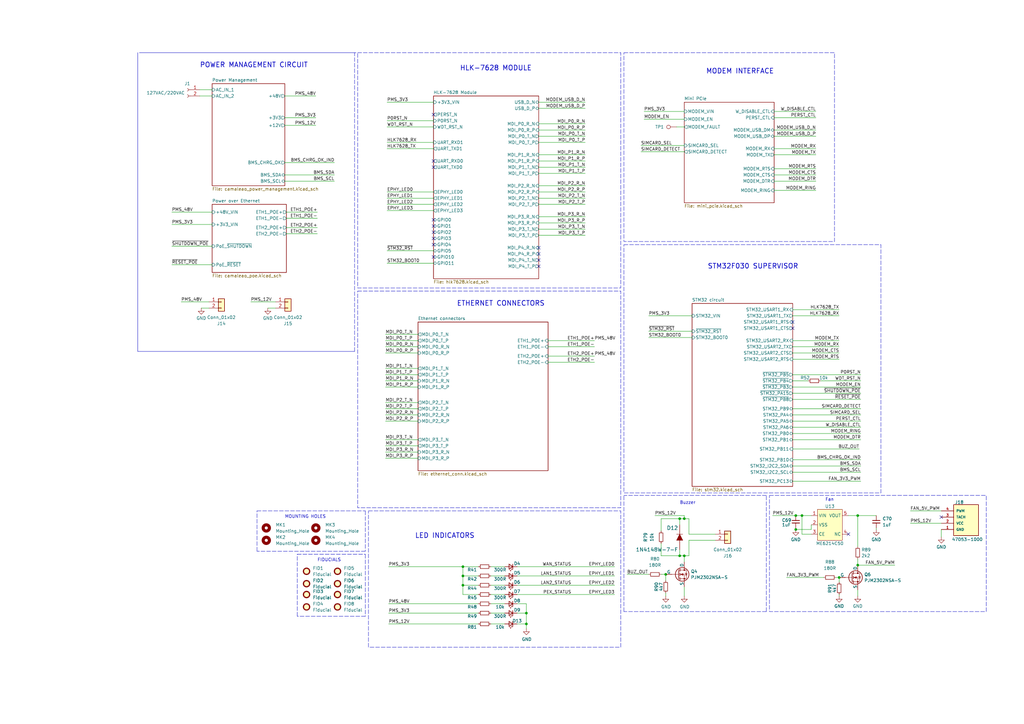
<source format=kicad_sch>
(kicad_sch (version 20230121) (generator eeschema)
  (paper "A3")
  (lib_symbols
    (symbol "Connector:47053-1000" (pin_names (offset 1.016))
      (property "Reference" "J" (at 16.51 7.62 0))
      (property "Value" "47053-1000" (at 16.51 5.08 0))
      (symbol "47053-1000_0_0"
        (rectangle (start 5.08 -10.16) (end 15.24 2.54) (stroke (width 0.254)) (fill (type background)))
      )
      (symbol "47053-1000_1_0"
        (pin bidirectional line (at 0 -7.62 0) (length 5.08) (name "GND") (number "1"))
        (pin bidirectional line (at 0 -5.08 0) (length 5.08) (name "VCC") (number "2"))
        (pin bidirectional line (at 0 -2.54 0) (length 5.08) (name "TACH") (number "3"))
        (pin bidirectional line (at 0 0 0) (length 5.08) (name "PWM") (number "4"))
      )
    )
    (symbol "Connector:Conn_01x02_Female" (pin_names (offset 1.016) hide)
      (property "Reference" "J" (at 0 2.54 0))
      (property "Value" "Conn_01x02_Female" (at 0 -5.08 0))
      (symbol "Conn_01x02_Female_1_1"
        (arc (start 0 -2.032) (mid -0.5058 -2.54) (end 0 -3.048) (stroke (width 0.1524)))
        (polyline (pts (xy -1.27 -2.54) (xy -0.508 -2.54)) (stroke (width 0.1524)))
        (polyline (pts (xy -1.27 0) (xy -0.508 0)) (stroke (width 0.1524)))
        (arc (start 0 0.508) (mid -0.5058 0) (end 0 -0.508) (stroke (width 0.1524)))
        (pin passive line (at -5.08 0 0) (length 3.81) (name "Pin_1") (number "1"))
        (pin passive line (at -5.08 -2.54 0) (length 3.81) (name "Pin_2") (number "2"))
      )
    )
    (symbol "Connector:TestPoint" (pin_numbers hide) (pin_names (offset 0.762) hide)
      (property "Reference" "TP" (at 0 6.858 0))
      (property "Value" "TestPoint" (at 0 5.08 0))
      (symbol "TestPoint_0_1"
        (circle (center 0 3.302) (radius 0.762))
      )
      (symbol "TestPoint_1_1"
        (pin passive line (at 0 0 90) (length 2.54) (name "1") (number "1"))
      )
    )
    (symbol "Connector_Generic:Conn_01x02" (pin_names (offset 1.016) hide)
      (property "Reference" "J" (at 0 2.54 0))
      (property "Value" "Conn_01x02" (at 0 -5.08 0))
      (symbol "Conn_01x02_1_1"
        (rectangle (start -1.27 -2.413) (end 0 -2.667) (stroke (width 0.1524)))
        (rectangle (start -1.27 0.127) (end 0 -0.127) (stroke (width 0.1524)))
        (rectangle (start -1.27 1.27) (end 1.27 -3.81) (stroke (width 0.254)) (fill (type background)))
        (pin passive line (at -5.08 0 0) (length 3.81) (name "Pin_1") (number "1"))
        (pin passive line (at -5.08 -2.54 0) (length 3.81) (name "Pin_2") (number "2"))
      )
    )
    (symbol "Device:C_Small" (pin_numbers hide) (pin_names (offset 0.254) hide)
      (property "Reference" "C" (at 0.254 1.778 0))
      (property "Value" "C_Small" (at 0.254 -2.032 0))
      (symbol "C_Small_0_1"
        (polyline (pts (xy -1.524 -0.508) (xy 1.524 -0.508)) (stroke (width 0.3302)))
        (polyline (pts (xy -1.524 0.508) (xy 1.524 0.508)) (stroke (width 0.3048)))
      )
      (symbol "C_Small_1_1"
        (pin passive line (at 0 2.54 270) (length 2.032) (name "~") (number "1"))
        (pin passive line (at 0 -2.54 90) (length 2.032) (name "~") (number "2"))
      )
    )
    (symbol "Device:LED_Small" (pin_numbers hide) (pin_names (offset 0.254) hide)
      (property "Reference" "D" (at -1.27 3.175 0))
      (property "Value" "LED_Small" (at -4.445 -2.54 0))
      (symbol "LED_Small_0_1"
        (polyline (pts (xy -0.762 -1.016) (xy -0.762 1.016)) (stroke (width 0.254)))
        (polyline (pts (xy 1.016 0) (xy -0.762 0)))
        (polyline (pts (xy 0.762 -1.016) (xy -0.762 0) (xy 0.762 1.016) (xy 0.762 -1.016)) (stroke (width 0.254)))
        (polyline (pts (xy 0 0.762) (xy -0.508 1.27) (xy -0.254 1.27) (xy -0.508 1.27) (xy -0.508 1.016)))
        (polyline (pts (xy 0.508 1.27) (xy 0 1.778) (xy 0.254 1.778) (xy 0 1.778) (xy 0 1.524)))
      )
      (symbol "LED_Small_1_1"
        (pin passive line (at -2.54 0 0) (length 1.778) (name "K") (number "1"))
        (pin passive line (at 2.54 0 180) (length 1.778) (name "A") (number "2"))
      )
    )
    (symbol "Device:R_Small" (pin_numbers hide) (pin_names (offset 0.254) hide)
      (property "Reference" "R" (at 0.762 0.508 0))
      (property "Value" "R_Small" (at 0.762 -1.016 0))
      (symbol "R_Small_0_1"
        (rectangle (start -0.762 1.778) (end 0.762 -1.778) (stroke (width 0.2032)))
      )
      (symbol "R_Small_1_1"
        (pin passive line (at 0 2.54 270) (length 0.762) (name "~") (number "1"))
        (pin passive line (at 0 -2.54 90) (length 0.762) (name "~") (number "2"))
      )
    )
    (symbol "GND_1" (power) (pin_names (offset 0))
      (property "Value" "GND_1" (at 0 -3.81 0))
      (symbol "GND_1_0_1"
        (polyline (pts (xy 0 0) (xy 0 -1.27) (xy 1.27 -1.27) (xy 0 -2.54) (xy -1.27 -1.27) (xy 0 -1.27)))
      )
      (symbol "GND_1_1_1"
        (pin power_in line (at 0 0 270) (length 0) hide (name "GND") (number "1"))
      )
    )
    (symbol "GND_2" (power) (pin_names (offset 0))
      (property "Value" "GND_2" (at 0 -3.81 0))
      (symbol "GND_2_0_1"
        (polyline (pts (xy 0 0) (xy 0 -1.27) (xy 1.27 -1.27) (xy 0 -2.54) (xy -1.27 -1.27) (xy 0 -1.27)))
      )
      (symbol "GND_2_1_1"
        (pin power_in line (at 0 0 270) (length 0) hide (name "GND") (number "1"))
      )
    )
    (symbol "Mechanical:Fiducial"
      (property "Reference" "FID" (at 0 5.08 0))
      (property "Value" "Fiducial" (at 0 3.175 0))
      (symbol "Fiducial_0_1"
        (circle (center 0 0) (radius 1.27) (stroke (width 0.508)) (fill (type background)))
      )
    )
    (symbol "Power_Management:ME6214C50"
      (property "Reference" "U13" (at 0 7.62 0))
      (property "Value" "ME6214C50" (at 0 -7.62 0))
      (symbol "ME6214C50_1_1"
        (rectangle (start -5.08 6.35) (end 5.08 -6.35) (fill (type background)))
        (pin input line (at -7.62 3.81 0) (length 2.54) (name "VIN") (number "1"))
        (pin input line (at -7.62 0 0) (length 2.54) (name "VSS") (number "2"))
        (pin input line (at -7.62 -3.81 0) (length 2.54) (name "CE") (number "3"))
        (pin input line (at 7.62 -3.81 180) (length 2.54) (name "NC") (number "4"))
        (pin input line (at 7.62 3.81 180) (length 2.54) (name "VOUT") (number "5"))
      )
    )
    (symbol "Simulation_SPICE:NMOS" (pin_numbers hide) (pin_names (offset 0))
      (property "Reference" "Q4" (at 5.207 1.2121 0))
      (property "Value" "PJM2302NSA-S" (at 5.207 -1.2121 0))
      (symbol "NMOS_0_1"
        (polyline (pts (xy 0.254 0) (xy -2.54 0)))
        (polyline (pts (xy 0.254 1.905) (xy 0.254 -1.905)) (stroke (width 0.254)))
        (polyline (pts (xy 0.762 -1.27) (xy 0.762 -2.286)) (stroke (width 0.254)))
        (polyline (pts (xy 0.762 0.508) (xy 0.762 -0.508)) (stroke (width 0.254)))
        (polyline (pts (xy 0.762 2.286) (xy 0.762 1.27)) (stroke (width 0.254)))
        (polyline (pts (xy 2.54 2.54) (xy 2.54 1.778)))
        (polyline (pts (xy 2.54 -2.54) (xy 2.54 0) (xy 0.762 0)))
        (polyline (pts (xy 0.762 -1.778) (xy 3.302 -1.778) (xy 3.302 1.778) (xy 0.762 1.778)))
        (polyline (pts (xy 1.016 0) (xy 2.032 0.381) (xy 2.032 -0.381) (xy 1.016 0)) (fill (type outline)))
        (polyline (pts (xy 2.794 0.508) (xy 2.921 0.381) (xy 3.683 0.381) (xy 3.81 0.254)))
        (polyline (pts (xy 3.302 0.381) (xy 2.921 -0.254) (xy 3.683 -0.254) (xy 3.302 0.381)))
        (circle (center 1.651 0) (radius 2.794) (stroke (width 0.254)))
        (circle (center 2.54 -1.778) (radius 0.254) (fill (type outline)))
        (circle (center 2.54 1.778) (radius 0.254) (fill (type outline)))
      )
      (symbol "NMOS_1_1"
        (pin input line (at -5.08 0 0) (length 2.54) (name "G") (number "1"))
        (pin passive line (at 2.54 -5.08 90) (length 2.54) (name "S") (number "2"))
        (pin passive line (at 2.54 5.08 270) (length 2.54) (name "D") (number "3"))
      )
    )
    (symbol "device:R_Small" (pin_numbers hide) (pin_names (offset 0.254) hide)
      (property "Reference" "R" (at 0.762 0.508 0))
      (property "Value" "R_Small" (at 0.762 -1.016 0))
      (symbol "R_Small_0_1"
        (rectangle (start -0.762 1.778) (end 0.762 -1.778) (stroke (width 0.2032)))
      )
      (symbol "R_Small_1_1"
        (pin passive line (at 0 2.54 270) (length 0.762) (name "~") (number "1"))
        (pin passive line (at 0 -2.54 90) (length 0.762) (name "~") (number "2"))
      )
    )
    (symbol "dk_Diodes-Rectifiers-Single:1N4148W-7-F" (pin_numbers hide) (pin_names (offset 0) hide)
      (property "Reference" "D12" (at 3.81 -0.635 90))
      (property "Value" "1N4148W-7-F" (at -5.08 -0.635 90))
      (symbol "1N4148W-7-F_0_1"
        (polyline (pts (xy 1.27 1.27) (xy 1.27 -1.27)))
        (polyline (pts (xy -1.27 1.27) (xy -1.27 -1.27) (xy 1.27 0) (xy -1.27 1.27)) (fill (type outline)))
      )
      (symbol "1N4148W-7-F_1_1"
        (pin passive line (at 5.08 0 180) (length 3.81) (name "K") (number "1"))
        (pin passive line (at -5.08 0 0) (length 3.81) (name "A") (number "2"))
      )
    )
    (symbol "mechanical:Mounting_Hole" (pin_names (offset 1.016))
      (property "Reference" "MK" (at 0 5.08 0))
      (property "Value" "Mounting_Hole" (at 0 3.175 0))
      (symbol "Mounting_Hole_0_1"
        (circle (center 0 0) (radius 1.27) (stroke (width 1.27)))
      )
    )
    (symbol "power:GND" (power) (pin_names (offset 0))
      (property "Value" "GND" (at 0 -3.81 0))
      (symbol "GND_0_1"
        (polyline (pts (xy 0 0) (xy 0 -1.27) (xy 1.27 -1.27) (xy 0 -2.54) (xy -1.27 -1.27) (xy 0 -1.27)))
      )
      (symbol "GND_1_1"
        (pin power_in line (at 0 0 270) (length 0) hide (name "GND") (number "1"))
      )
    )
  )
  (junction (at 351.79 211.455))
  (junction (at 215.9 255.905))
  (junction (at 280.67 212.725) (diameter 0.9144))
  (junction (at 344.17 236.855))
  (junction (at 328.93 211.455))
  (junction (at 326.39 211.455))
  (junction (at 189.865 236.22))
  (junction (at 189.865 232.41))
  (junction (at 280.67 227.965) (diameter 0.9144))
  (junction (at 189.865 240.03))
  (junction (at 351.79 231.775))
  (junction (at 215.9 251.46))
  (junction (at 273.05 235.585))
  (junction (at 278.765 227.965) (diameter 0.9144))
  (junction (at 278.765 212.725) (diameter 0.9144))
  (junction (at 326.39 217.17))
  (no_connect (at 347.98 219.075))
  (no_connect (at 177.8 97.79))
  (no_connect (at 220.98 109.22))
  (no_connect (at 177.8 105.41))
  (no_connect (at 220.98 104.14))
  (no_connect (at 325.12 132.08))
  (no_connect (at 220.98 106.68))
  (no_connect (at 177.8 100.33))
  (no_connect (at 177.8 46.99))
  (no_connect (at 177.8 66.04))
  (no_connect (at 220.98 101.6))
  (no_connect (at 386.08 212.09))
  (no_connect (at 177.8 68.58))
  (no_connect (at 177.8 95.25))
  (no_connect (at 177.8 90.17))
  (no_connect (at 177.8 92.71))
  (no_connect (at 325.12 134.62))
  (wire (pts (xy 266.065 135.89) (xy 283.845 135.89)))
  (wire (pts (xy 353.06 153.67) (xy 325.12 153.67)))
  (wire (pts (xy 351.79 211.455) (xy 351.79 224.155)))
  (wire (pts (xy 271.145 227.965) (xy 278.765 227.965)))
  (wire (pts (xy 82.55 126.365) (xy 85.725 126.365)))
  (wire (pts (xy 158.75 81.28) (xy 177.8 81.28)))
  (wire (pts (xy 220.98 44.45) (xy 240.03 44.45)))
  (wire (pts (xy 257.175 235.585) (xy 266.065 235.585)))
  (wire (pts (xy 277.495 52.07) (xy 280.67 52.07)))
  (polyline (pts (xy 314.325 250.825) (xy 314.325 203.2)) (stroke (width 0) (type dash)))
  (polyline (pts (xy 56.515 21.59) (xy 56.515 144.145)))
  (wire (pts (xy 70.485 86.995) (xy 86.995 86.995)))
  (wire (pts (xy 158.75 107.95) (xy 177.8 107.95)))
  (polyline (pts (xy 314.325 203.2) (xy 255.905 203.2)) (stroke (width 0) (type dash)))
  (wire (pts (xy 278.765 225.425) (xy 278.765 227.965)))
  (polyline (pts (xy 145.415 144.145) (xy 145.415 21.59)) (stroke (width 0) (type dash)))
  (wire (pts (xy 212.09 255.905) (xy 215.9 255.905)))
  (wire (pts (xy 280.67 240.665) (xy 280.67 244.475)))
  (wire (pts (xy 130.175 95.885) (xy 117.475 95.885)))
  (wire (pts (xy 212.09 243.84) (xy 252.095 243.84)))
  (wire (pts (xy 158.115 158.75) (xy 171.45 158.75)))
  (wire (pts (xy 158.75 49.53) (xy 177.8 49.53)))
  (wire (pts (xy 74.295 123.825) (xy 85.725 123.825)))
  (polyline (pts (xy 105.41 209.55) (xy 149.86 209.55)) (stroke (width 0) (type dash)))
  (wire (pts (xy 280.67 227.965) (xy 280.67 230.505)))
  (wire (pts (xy 130.175 89.535) (xy 117.475 89.535)))
  (wire (pts (xy 212.09 236.22) (xy 252.095 236.22)))
  (wire (pts (xy 264.16 45.72) (xy 280.67 45.72)))
  (wire (pts (xy 117.475 93.345) (xy 130.175 93.345)))
  (wire (pts (xy 326.39 217.17) (xy 326.39 216.535)))
  (wire (pts (xy 158.75 86.36) (xy 177.8 86.36)))
  (wire (pts (xy 264.16 48.895) (xy 280.67 48.895)))
  (wire (pts (xy 158.75 78.74) (xy 177.8 78.74)))
  (wire (pts (xy 224.79 139.7) (xy 243.84 139.7)))
  (wire (pts (xy 220.98 91.44) (xy 240.03 91.44)))
  (polyline (pts (xy 149.86 209.55) (xy 149.86 226.06)) (stroke (width 0) (type dash)))
  (wire (pts (xy 386.08 220.218) (xy 386.08 217.17)))
  (wire (pts (xy 317.5 74.295) (xy 334.645 74.295)))
  (wire (pts (xy 201.295 240.03) (xy 207.01 240.03)))
  (wire (pts (xy 220.98 68.58) (xy 240.03 68.58)))
  (polyline (pts (xy 149.86 227.33) (xy 149.86 252.73)) (stroke (width 0) (type dash)))
  (wire (pts (xy 317.5 45.72) (xy 334.645 45.72)))
  (wire (pts (xy 159.385 247.65) (xy 196.215 247.65)))
  (wire (pts (xy 201.295 243.84) (xy 207.01 243.84)))
  (wire (pts (xy 278.765 212.725) (xy 280.67 212.725)))
  (wire (pts (xy 328.93 211.455) (xy 332.74 211.455)))
  (wire (pts (xy 325.12 147.32) (xy 344.17 147.32)))
  (wire (pts (xy 336.55 156.21) (xy 353.06 156.21)))
  (wire (pts (xy 196.215 243.84) (xy 189.865 243.84)))
  (wire (pts (xy 325.12 144.78) (xy 344.17 144.78)))
  (polyline (pts (xy 149.86 226.06) (xy 105.41 226.06)) (stroke (width 0) (type dash)))
  (wire (pts (xy 220.98 83.82) (xy 240.03 83.82)))
  (wire (pts (xy 332.74 215.265) (xy 332.74 217.17)))
  (wire (pts (xy 317.5 71.755) (xy 334.645 71.755)))
  (wire (pts (xy 158.115 144.78) (xy 171.45 144.78)))
  (wire (pts (xy 158.115 165.1) (xy 171.45 165.1)))
  (wire (pts (xy 159.385 232.41) (xy 189.865 232.41)))
  (wire (pts (xy 271.145 222.885) (xy 271.145 227.965)))
  (wire (pts (xy 116.84 66.675) (xy 137.16 66.675)))
  (wire (pts (xy 116.84 74.295) (xy 137.16 74.295)))
  (wire (pts (xy 158.115 182.88) (xy 171.45 182.88)))
  (wire (pts (xy 212.09 251.46) (xy 215.9 251.46)))
  (wire (pts (xy 325.12 142.24) (xy 344.17 142.24)))
  (wire (pts (xy 158.75 83.82) (xy 177.8 83.82)))
  (wire (pts (xy 129.54 51.435) (xy 116.84 51.435)))
  (wire (pts (xy 273.05 235.585) (xy 273.05 238.125)))
  (wire (pts (xy 220.98 81.28) (xy 240.03 81.28)))
  (wire (pts (xy 196.215 240.03) (xy 189.865 240.03)))
  (wire (pts (xy 344.17 243.84) (xy 344.17 244.475)))
  (wire (pts (xy 158.115 167.64) (xy 171.45 167.64)))
  (wire (pts (xy 109.855 126.365) (xy 113.03 126.365)))
  (wire (pts (xy 189.865 236.22) (xy 189.865 240.03)))
  (wire (pts (xy 81.915 39.37) (xy 86.995 39.37)))
  (wire (pts (xy 201.295 232.41) (xy 207.01 232.41)))
  (wire (pts (xy 351.79 211.455) (xy 359.41 211.455)))
  (wire (pts (xy 137.16 71.755) (xy 116.84 71.755)))
  (wire (pts (xy 373.38 214.63) (xy 386.08 214.63)))
  (wire (pts (xy 158.75 102.87) (xy 177.8 102.87)))
  (wire (pts (xy 280.67 211.455) (xy 280.67 212.725)))
  (wire (pts (xy 158.115 151.13) (xy 171.45 151.13)))
  (wire (pts (xy 325.12 197.358) (xy 353.06 197.358)))
  (wire (pts (xy 212.09 232.41) (xy 252.095 232.41)))
  (wire (pts (xy 271.145 235.585) (xy 273.05 235.585)))
  (wire (pts (xy 317.5 69.215) (xy 334.645 69.215)))
  (wire (pts (xy 278.765 227.965) (xy 280.67 227.965)))
  (wire (pts (xy 220.98 96.52) (xy 240.03 96.52)))
  (wire (pts (xy 201.295 255.905) (xy 207.01 255.905)))
  (wire (pts (xy 116.84 39.37) (xy 129.54 39.37)))
  (wire (pts (xy 325.12 177.8) (xy 353.06 177.8)))
  (wire (pts (xy 317.5 78.105) (xy 334.645 78.105)))
  (wire (pts (xy 220.98 71.12) (xy 240.03 71.12)))
  (wire (pts (xy 325.12 139.7) (xy 344.17 139.7)))
  (wire (pts (xy 220.98 66.04) (xy 240.03 66.04)))
  (wire (pts (xy 220.98 50.8) (xy 240.03 50.8)))
  (wire (pts (xy 70.485 92.075) (xy 86.995 92.075)))
  (wire (pts (xy 117.475 86.995) (xy 130.175 86.995)))
  (wire (pts (xy 212.09 247.65) (xy 215.9 247.65)))
  (polyline (pts (xy 56.515 144.145) (xy 145.415 144.145)))
  (wire (pts (xy 158.75 60.96) (xy 177.8 60.96)))
  (wire (pts (xy 215.9 251.46) (xy 215.9 247.65)))
  (wire (pts (xy 220.98 63.5) (xy 240.03 63.5)))
  (wire (pts (xy 325.12 193.675) (xy 353.06 193.675)))
  (wire (pts (xy 158.115 142.24) (xy 171.45 142.24)))
  (wire (pts (xy 271.145 217.805) (xy 271.145 212.725)))
  (wire (pts (xy 325.12 158.75) (xy 353.06 158.75)))
  (polyline (pts (xy 146.05 21.59) (xy 57.15 21.59)))
  (wire (pts (xy 325.12 180.34) (xy 353.06 180.34)))
  (wire (pts (xy 325.12 161.29) (xy 353.06 161.29)))
  (wire (pts (xy 220.98 53.34) (xy 240.03 53.34)))
  (wire (pts (xy 344.17 236.855) (xy 344.17 238.76)))
  (wire (pts (xy 158.115 156.21) (xy 171.45 156.21)))
  (polyline (pts (xy 149.86 252.73) (xy 121.92 252.73)) (stroke (width 0) (type dash)))
  (wire (pts (xy 224.79 148.59) (xy 243.84 148.59)))
  (wire (pts (xy 220.98 55.88) (xy 240.03 55.88)))
  (wire (pts (xy 273.05 244.475) (xy 273.05 243.205)))
  (wire (pts (xy 317.5 48.26) (xy 334.645 48.26)))
  (wire (pts (xy 215.9 251.46) (xy 215.9 255.905)))
  (wire (pts (xy 158.115 137.16) (xy 171.45 137.16)))
  (wire (pts (xy 268.605 211.455) (xy 280.67 211.455)))
  (wire (pts (xy 189.865 236.22) (xy 196.215 236.22)))
  (wire (pts (xy 347.98 211.455) (xy 351.79 211.455)))
  (wire (pts (xy 325.12 127) (xy 344.17 127)))
  (wire (pts (xy 282.575 221.615) (xy 282.575 227.965)))
  (wire (pts (xy 325.12 191.135) (xy 353.06 191.135)))
  (wire (pts (xy 325.12 184.15) (xy 352.425 184.15)))
  (wire (pts (xy 325.12 170.18) (xy 353.06 170.18)))
  (wire (pts (xy 224.79 146.05) (xy 243.84 146.05)))
  (wire (pts (xy 189.865 240.03) (xy 189.865 243.84)))
  (wire (pts (xy 334.645 53.34) (xy 317.5 53.34)))
  (wire (pts (xy 266.065 129.54) (xy 283.845 129.54)))
  (wire (pts (xy 220.98 78.74) (xy 240.03 78.74)))
  (wire (pts (xy 220.98 76.2) (xy 240.03 76.2)))
  (wire (pts (xy 158.75 58.42) (xy 177.8 58.42)))
  (wire (pts (xy 325.12 188.595) (xy 353.06 188.595)))
  (wire (pts (xy 158.115 185.42) (xy 171.45 185.42)))
  (wire (pts (xy 196.215 255.905) (xy 159.385 255.905)))
  (wire (pts (xy 102.87 123.825) (xy 113.03 123.825)))
  (wire (pts (xy 282.575 219.075) (xy 293.37 219.075)))
  (wire (pts (xy 325.12 156.21) (xy 331.47 156.21)))
  (wire (pts (xy 266.065 138.43) (xy 283.845 138.43)))
  (wire (pts (xy 317.5 63.5) (xy 334.645 63.5)))
  (wire (pts (xy 332.74 219.075) (xy 328.93 219.075)))
  (wire (pts (xy 81.915 36.83) (xy 86.995 36.83)))
  (wire (pts (xy 326.39 211.455) (xy 316.865 211.455)))
  (wire (pts (xy 201.295 247.65) (xy 207.01 247.65)))
  (wire (pts (xy 159.385 251.46) (xy 196.215 251.46)))
  (wire (pts (xy 325.12 129.54) (xy 344.17 129.54)))
  (wire (pts (xy 220.98 58.42) (xy 240.03 58.42)))
  (wire (pts (xy 359.41 216.535) (xy 359.41 217.17)))
  (wire (pts (xy 220.98 88.9) (xy 240.03 88.9)))
  (polyline (pts (xy 255.905 250.825) (xy 255.905 203.2)) (stroke (width 0) (type dash)))
  (wire (pts (xy 325.12 172.72) (xy 353.06 172.72)))
  (wire (pts (xy 351.79 229.235) (xy 351.79 231.775)))
  (wire (pts (xy 220.98 41.91) (xy 240.03 41.91)))
  (wire (pts (xy 317.5 60.96) (xy 334.645 60.96)))
  (wire (pts (xy 326.39 211.455) (xy 328.93 211.455)))
  (wire (pts (xy 332.74 217.17) (xy 326.39 217.17)))
  (wire (pts (xy 351.79 244.475) (xy 351.79 241.935)))
  (wire (pts (xy 158.115 170.18) (xy 171.45 170.18)))
  (polyline (pts (xy 121.92 227.33) (xy 149.86 227.33)) (stroke (width 0) (type dash)))
  (wire (pts (xy 158.115 139.7) (xy 171.45 139.7)))
  (wire (pts (xy 177.8 41.91) (xy 158.75 41.91)))
  (wire (pts (xy 220.98 93.98) (xy 240.03 93.98)))
  (wire (pts (xy 325.12 175.26) (xy 353.06 175.26)))
  (wire (pts (xy 280.67 227.965) (xy 282.575 227.965)))
  (wire (pts (xy 189.865 232.41) (xy 196.215 232.41)))
  (polyline (pts (xy 105.41 226.06) (xy 105.41 209.55)) (stroke (width 0) (type dash)))
  (wire (pts (xy 278.765 212.725) (xy 278.765 215.265)))
  (wire (pts (xy 158.115 180.34) (xy 171.45 180.34)))
  (wire (pts (xy 116.84 48.26) (xy 129.54 48.26)))
  (wire (pts (xy 262.89 62.23) (xy 280.67 62.23)))
  (wire (pts (xy 282.575 221.615) (xy 293.37 221.615)))
  (polyline (pts (xy 314.325 250.825) (xy 255.905 250.825)) (stroke (width 0) (type dash)))
  (wire (pts (xy 351.79 231.775) (xy 367.03 231.775)))
  (wire (pts (xy 212.09 240.03) (xy 252.095 240.03)))
  (wire (pts (xy 334.645 55.88) (xy 317.5 55.88)))
  (wire (pts (xy 262.89 59.69) (xy 280.67 59.69)))
  (wire (pts (xy 373.38 209.55) (xy 386.08 209.55)))
  (wire (pts (xy 189.865 232.41) (xy 189.865 236.22)))
  (wire (pts (xy 70.485 108.585) (xy 86.995 108.585)))
  (wire (pts (xy 325.12 167.64) (xy 353.06 167.64)))
  (wire (pts (xy 201.295 236.22) (xy 207.01 236.22)))
  (wire (pts (xy 158.75 52.07) (xy 177.8 52.07)))
  (wire (pts (xy 342.9 236.855) (xy 344.17 236.855)))
  (wire (pts (xy 282.575 212.725) (xy 282.575 219.075)))
  (wire (pts (xy 201.295 251.46) (xy 207.01 251.46)))
  (wire (pts (xy 158.115 172.72) (xy 171.45 172.72)))
  (wire (pts (xy 271.145 212.725) (xy 278.765 212.725)))
  (wire (pts (xy 280.67 212.725) (xy 282.575 212.725)))
  (wire (pts (xy 70.485 100.965) (xy 86.995 100.965)))
  (polyline (pts (xy 121.92 252.73) (xy 121.92 227.33)) (stroke (width 0) (type dash)))
  (wire (pts (xy 215.9 255.905) (xy 215.9 257.81)))
  (wire (pts (xy 328.93 219.075) (xy 328.93 211.455)))
  (wire (pts (xy 325.12 163.83) (xy 353.06 163.83)))
  (wire (pts (xy 322.58 236.855) (xy 337.82 236.855)))
  (wire (pts (xy 158.115 187.96) (xy 171.45 187.96)))
  (wire (pts (xy 158.115 153.67) (xy 171.45 153.67)))
  (wire (pts (xy 224.79 142.24) (xy 243.84 142.24)))
  (rectangle (start 255.905 100.33) (end 361.315 202.184) (stroke (width 0) (type dash)))
  (rectangle (start 146.685 119.38) (end 254.635 208.28) (stroke (width 0) (type dash)))
  (rectangle (start 255.905 21.59) (end 342.265 99.06) (stroke (width 0) (type dash)))
  (rectangle (start 146.685 21.59) (end 254.635 118.11) (stroke (width 0) (type dash)))
  (rectangle (start 151.13 209.55) (end 254.635 265.43) (stroke (width 0) (type dash)))
  (rectangle (start 315.595 203.2) (end 404.495 250.825) (stroke (width 0) (type dash)))
  (text "FIDUCIALS\n" (at 130.175 230.505 0) (effects (font (size 1.27 1.27)) (justify left bottom)))
  (text "MOUNTING HOLES\n" (at 116.84 212.725 0) (effects (font (size 1.27 1.27)) (justify left bottom)))
  (text "LED INDICATORS" (at 170.18 220.98 0) (effects (font (size 2 2) (thickness 0.254) bold) (justify left bottom)))
  (text "Fan\n" (at 338.455 205.74 0) (effects (font (size 1.27 1.27)) (justify left bottom)))
  (text "ETHERNET CONNECTORS" (at 187.325 125.73 0) (effects (font (size 2 2) (thickness 0.254) bold) (justify left bottom)))
  (text "MODEM INTERFACE" (at 289.56 30.48 0) (effects (font (size 2 2) (thickness 0.254) bold) (justify left bottom)))
  (text "Buzzer" (at 278.765 207.01 0) (effects (font (size 1.27 1.27)) (justify left bottom)))
  (text "POWER MANAGEMENT CIRCUIT" (at 81.915 27.94 0) (effects (font (size 2 2) (thickness 0.254) bold) (justify left bottom)))
  (text "HLK-7628 MODULE" (at 188.595 29.21 0) (effects (font (size 2 2) (thickness 0.254) bold) (justify left bottom)))
  (text "STM32F030 SUPERVISOR" (at 290.195 110.49 0) (effects (font (size 2 2) (thickness 0.254) bold) (justify left bottom)))
  (label "PMS_48V" (at 243.84 139.7 0))
  (label "MDI_P1_R_P" (at 158.115 158.75 0))
  (label "MDI_P0_R_P" (at 240.03 53.34 180))
  (label "MODEM_TX" (at 344.17 139.7 180))
  (label "MODEM_USB_D_N" (at 240.03 41.91 180))
  (label "MDI_P3_T_P" (at 240.03 96.52 180))
  (label "PEX_STATUS" (at 234.315 243.84 180))
  (label "MDI_P3_T_N" (at 240.03 93.98 180))
  (label "MDI_P3_T_N" (at 158.115 180.34 0))
  (label "HLK7628_RX" (at 158.75 58.42 0))
  (label "EPHY_LED2" (at 158.75 83.82 0))
  (label "MDI_P1_R_N" (at 240.03 63.5 180))
  (label "PMS_48V" (at 159.385 247.65 0))
  (label "P0RST_N" (at 158.75 49.53 0))
  (label "MODEM_CTS" (at 334.645 71.755 180))
  (label "WDT_RST_N" (at 353.06 156.21 180))
  (label "FAN_5V_PWM" (at 373.38 209.55 0))
  (label "~{SHUTDOWN_POE}" (at 70.485 100.965 0))
  (label "MDI_P1_T_N" (at 240.03 68.58 180))
  (label "MDI_P0_T_N" (at 240.03 55.88 180))
  (label "MDI_P3_T_P" (at 158.115 182.88 0))
  (label "BMS_SCL" (at 353.06 193.675 180))
  (label "PERST_CTL" (at 334.645 48.26 180))
  (label "MDI_P0_T_P" (at 158.115 139.7 0))
  (label "EPHY_LED1" (at 158.75 81.28 0))
  (label "MDI_P2_T_N" (at 158.115 165.1 0))
  (label "PMS_12V" (at 316.865 211.455 0))
  (label "ETH2_POE-" (at 243.84 148.59 180))
  (label "MDI_P1_R_N" (at 158.115 156.21 0))
  (label "MODEM_EN" (at 264.16 48.895 0))
  (label "ETH1_POE+" (at 130.175 86.995 180))
  (label "PERST_CTL" (at 353.06 172.72 180))
  (label "MODEM_RING" (at 334.645 78.105 180))
  (label "ETH1_POE-" (at 243.84 142.24 180))
  (label "PMS_48V" (at 129.54 39.37 180))
  (label "BMS_CHRG_OK_IND" (at 137.16 66.675 180))
  (label "MODEM_EN" (at 353.06 158.75 180))
  (label "PMS_3V3" (at 70.485 92.075 0))
  (label "PMS_3V3" (at 129.54 48.26 180))
  (label "MDI_P1_R_P" (at 240.03 66.04 180))
  (label "MDI_P2_T_P" (at 240.03 83.82 180))
  (label "PMS_12V" (at 268.605 211.455 0))
  (label "~{RESET_POE}" (at 353.06 163.83 180))
  (label "~{STM32_RST}" (at 266.065 135.89 0))
  (label "W_DISABLE_CTL" (at 334.645 45.72 180))
  (label "ETH1_POE-" (at 130.175 89.535 180))
  (label "LAN2_STATUS" (at 234.315 240.03 180))
  (label "MODEM_RX" (at 344.17 142.24 180))
  (label "MDI_P1_T_P" (at 240.03 71.12 180))
  (label "BMS_SDA" (at 137.16 71.755 180))
  (label "STM32_BOOT0" (at 158.75 107.95 0))
  (label "~{RESET_POE}" (at 70.485 108.585 0))
  (label "SIMCARD_SEL" (at 262.89 59.69 0))
  (label "MODEM_RX" (at 334.645 60.96 180))
  (label "EPHY_LED0" (at 158.75 78.74 0))
  (label "MODEM_USB_D_N" (at 334.645 53.34 180))
  (label "MDI_P2_R_P" (at 158.115 172.72 0))
  (label "MDI_P2_R_P" (at 240.03 78.74 180))
  (label "MDI_P3_R_N" (at 158.115 185.42 0))
  (label "MDI_P2_R_N" (at 240.03 76.2 180))
  (label "EPHY_LED3" (at 158.75 86.36 0))
  (label "~{STM32_RST}" (at 158.75 102.87 0))
  (label "FAN_3V3_PWM" (at 353.06 197.358 180))
  (label "PMS_12V" (at 159.385 255.905 0))
  (label "ETH2_POE+" (at 243.84 146.05 180))
  (label "PMS_3V3" (at 266.065 129.54 0))
  (label "W_DISABLE_CTL" (at 353.06 175.26 180))
  (label "ETH1_POE+" (at 243.84 139.7 180))
  (label "MDI_P3_R_N" (at 240.03 88.9 180))
  (label "MODEM_USB_D_P" (at 334.645 55.88 180))
  (label "PMS_12V" (at 129.54 51.435 180))
  (label "EPHY_LED0" (at 252.095 232.41 180))
  (label "PMS_3V3" (at 158.75 41.91 0))
  (label "BMS_SDA" (at 353.06 191.135 180))
  (label "PMS_3V3" (at 159.385 232.41 0))
  (label "MODEM_RING" (at 353.06 177.8 180))
  (label "MODEM_USB_D_P" (at 240.03 44.45 180))
  (label "WDT_RST_N" (at 158.75 52.07 0))
  (label "PMS_12V" (at 373.38 214.63 0))
  (label "MDI_P2_T_N" (at 240.03 81.28 180))
  (label "MDI_P2_T_P" (at 158.115 167.64 0))
  (label "EPHY_LED3" (at 252.095 243.84 180))
  (label "MDI_P1_T_P" (at 158.115 153.67 0))
  (label "LAN1_STATUS" (at 234.315 236.22 180))
  (label "MDI_P2_R_N" (at 158.115 170.18 0))
  (label "PMS_48V" (at 74.295 123.825 0))
  (label "MODEM_DTR" (at 334.645 74.295 180))
  (label "MDI_P0_T_N" (at 158.115 137.16 0))
  (label "MDI_P0_R_N" (at 158.115 142.24 0))
  (label "MDI_P0_R_P" (at 158.115 144.78 0))
  (label "FAN_3V3_PWM" (at 322.58 236.855 0))
  (label "EPHY_LED2" (at 252.095 240.03 180))
  (label "SIMCARD_SEL" (at 353.06 170.18 180))
  (label "BUZ_OUT" (at 352.425 184.15 180))
  (label "~{SHUTDOWN_POE}" (at 353.06 161.29 180))
  (label "MODEM_TX" (at 334.645 63.5 180))
  (label "ETH2_POE-" (at 130.175 95.885 180))
  (label "MODEM_RTS" (at 344.17 147.32 180))
  (label "MDI_P3_R_P" (at 240.03 91.44 180))
  (label "MDI_P0_R_N" (at 240.03 50.8 180))
  (label "MODEM_DTR" (at 353.06 180.34 180))
  (label "WAN_STATUS" (at 234.315 232.41 180))
  (label "HLK7628_TX" (at 158.75 60.96 0))
  (label "HLK7628_TX" (at 344.17 127 180))
  (label "SIMCARD_DETECT" (at 262.89 62.23 0))
  (label "P0RST_N" (at 353.06 153.67 180))
  (label "MDI_P0_T_P" (at 240.03 58.42 180))
  (label "EPHY_LED1" (at 252.095 236.22 180))
  (label "PMS_48V" (at 70.485 86.995 0))
  (label "PMS_12V" (at 102.87 123.825 0))
  (label "HLK7628_RX" (at 344.17 129.54 180))
  (label "BUZ_OUT" (at 257.175 235.585 0))
  (label "MDI_P3_R_P" (at 158.115 187.96 0))
  (label "BMS_SCL" (at 137.16 74.295 180))
  (label "PMS_3V3" (at 264.16 45.72 0))
  (label "FAN_5V_PWM" (at 367.03 231.775 180))
  (label "STM32_BOOT0" (at 266.065 138.43 0))
  (label "PMS_48V" (at 243.84 146.05 0))
  (label "MDI_P1_T_N" (at 158.115 151.13 0))
  (label "BMS_CHRG_OK_IND" (at 353.06 188.595 180))
  (label "ETH2_POE+" (at 130.175 93.345 180))
  (label "MODEM_RTS" (at 334.645 69.215 180))
  (label "PMS_3V3" (at 159.385 251.46 0))
  (label "MODEM_CTS" (at 344.17 144.78 180))
  (label "SIMCARD_DETECT" (at 353.06 167.64 180))
  (symbol (lib_id "Connector_Generic:Conn_01x02") (at 298.45 219.075 0) (unit 1)
    (property "Reference" "J16" (at 298.45 227.965 0))
    (property "Value" "Conn_01x02" (at 298.45 225.425 0))
    (property "Footprint" "Connector:KF235-5.0-2P" (effects hide))
  )
  (symbol (lib_id "Connector_Generic:Conn_01x02") (at 90.805 123.825 0) (unit 1)
    (property "Reference" "J14" (at 90.805 132.715 0))
    (property "Value" "Conn_01x02" (at 90.805 130.175 0))
    (property "Footprint" "Connector:MX15EDGR-3.81-GN01-02P" (effects hide))
    (property "LCSC Part" "C5188157" (effects hide))
  )
  (symbol (lib_id "Mechanical:Fiducial") (at 138.43 243.84 0) (unit 1)
    (property "Reference" "FID7" (at 140.97 242.5699 0) (effects (justify left)))
    (property "Value" "Fiducial" (at 140.97 245.1099 0) (effects (justify left)))
    (property "Footprint" "Fiducial:Fiducial_1mm_Mask2mm" (effects hide))
  )
  (symbol (lib_id "Device:LED_Small") (at 209.55 255.905 180) (unit 1)
    (property "Reference" "D13" (at 212.09 254.635 0))
    (property "Value" "LED_Small" (effects hide))
    (property "Footprint" "LED_SMD:LED_0805_2012Metric" (effects hide))
  )
  (symbol (lib_name "GND_2") (lib_id "power:GND") (at 386.08 220.218 0) (unit 1)
    (property "Reference" "#PWR083" (effects hide))
    (property "Value" "GND" (at 386.08 224.3511 0))
  )
  (symbol (lib_id "Connector:47053-1000") (at 386.08 209.55 0) (unit 1)
    (property "Reference" "J18" (at 391.668 205.994 0) (effects (justify left)))
    (property "Value" "47053-1000" (at 390.398 221.234 0) (effects (justify left)))
    (property "Footprint" "Connector_Molex:470531000" (effects hide))
    (property "MANUFACTURER_NAME" "Molex" (effects hide))
    (property "MF" "Molex" (effects hide))
    (property "MOUSER_PRICE-STOCK" "https://www.mouser.co.uk/ProductDetail/Molex/47053-1000/?qs=ph4zPCVRuvqoDX7hrEhxNA%3D%3D" (effects hide))
    (property "DESCRIPTION" "MOLEX - 47053-1000 - HEADER, 4POS, 1ROW, 2.54MM" (effects hide))
    (property "MOUSER_PART_NUMBER" "538-47053-1000" (effects hide))
    (property "Price" "None" (effects hide))
    (property "Package" "None" (effects hide))
    (property "Check_prices" "https://www.snapeda.com/parts/47053-1000/Molex/view-part/?ref=eda" (effects hide))
    (property "HEIGHT" "8mm" (effects hide))
    (property "MP" "47053-1000" (effects hide))
    (property "SnapEDA_Link" "https://www.snapeda.com/parts/47053-1000/Molex/view-part/?ref=snap" (effects hide))
    (property "Description" "\nConn.; Rect./PCB; Header; 4 Cir.; Vert.; with Friction Lock; KK 254 Series | Molex Incorporated 47053-1000\n" (effects hide))
    (property "Availability" "In Stock" (effects hide))
    (property "MANUFACTURER_PART_NUMBER" "47053-1000" (effects hide))
  )
  (symbol (lib_id "Device:LED_Small") (at 209.55 236.22 180) (unit 1)
    (property "Reference" "D5" (at 212.09 234.95 0))
    (property "Value" "LED_Small" (effects hide))
    (property "Footprint" "LED_SMD:LED_0805_2012Metric" (effects hide))
  )
  (symbol (lib_id "Device:LED_Small") (at 209.55 240.03 180) (unit 1)
    (property "Reference" "D6" (at 212.09 238.76 0))
    (property "Value" "LED_Small" (effects hide))
    (property "Footprint" "LED_SMD:LED_0805_2012Metric" (effects hide))
  )
  (symbol (lib_id "mechanical:Mounting_Hole") (at 129.54 221.615 0) (unit 1)
    (property "Reference" "MK4" (at 133.35 220.3449 0) (effects (justify left)))
    (property "Value" "Mounting_Hole" (at 133.35 222.8849 0) (effects (justify left)))
    (property "Footprint" "MountingHole:MountingHole_4.3mm_M4" (effects hide))
  )
  (symbol (lib_id "Connector:Conn_01x02_Female") (at 76.835 36.83 0) (mirror y) (unit 1)
    (property "Reference" "J1" (at 76.835 34.29 0))
    (property "Value" "127VAC/220VAC" (at 67.945 38.1 0))
    (property "Footprint" "Gabriel:WJ2EDGRC-5.08-2P" (effects hide))
    (property "Datasheet" "https://datasheet.lcsc.com/lcsc/1912251631_Ningbo-Kangnex-Elec-WJ2EDGRC-5-08-2P_C3697.pdf" (effects hide))
    (property "LCSC Part" "C3697" (effects hide))
  )
  (symbol (lib_id "Simulation_SPICE:NMOS") (at 278.13 235.585 0) (unit 1)
    (property "Reference" "Q4" (at 283.337 234.3729 0) (effects (justify left)))
    (property "Value" "PJM2302NSA-S" (at 283.337 236.7971 0) (effects (justify left)))
    (property "Footprint" "Package_TO_SOT_SMD:SOT-23" (effects hide))
    (property "Datasheet" "https://ngspice.sourceforge.io/docs/ngspice-manual.pdf" (effects hide))
    (property "Sim.Device" "NMOS" (effects hide))
    (property "Sim.Type" "VDMOS" (effects hide))
    (property "Sim.Pins" "1=G 2=S 3=D" (effects hide))
    (property "LCSC Part" "C411710" (effects hide))
  )
  (symbol (lib_name "GND_2") (lib_id "power:GND") (at 344.17 244.475 0) (unit 1)
    (property "Reference" "#PWR088" (effects hide))
    (property "Value" "GND" (at 344.17 248.6081 0))
  )
  (symbol (lib_id "Device:LED_Small") (at 209.55 247.65 180) (unit 1)
    (property "Reference" "D8" (at 212.09 246.38 0))
    (property "Value" "LED_Small" (effects hide))
    (property "Footprint" "LED_SMD:LED_0805_2012Metric" (effects hide))
  )
  (symbol (lib_name "GND_1") (lib_id "power:GND") (at 109.855 126.365 0) (mirror y) (unit 1)
    (property "Reference" "#PWR076" (effects hide))
    (property "Value" "GND" (at 109.855 130.4981 0))
  )
  (symbol (lib_id "Mechanical:Fiducial") (at 125.73 234.315 0) (unit 1)
    (property "Reference" "FID1" (at 128.27 233.0449 0) (effects (justify left)))
    (property "Value" "Fiducial" (at 128.27 235.5849 0) (effects (justify left)))
    (property "Footprint" "Fiducial:Fiducial_1mm_Mask2mm" (effects hide))
  )
  (symbol (lib_id "Device:R_Small") (at 273.05 240.665 180) (unit 1)
    (property "Reference" "R90" (at 269.24 240.665 90))
    (property "Value" "4k7" (at 271.145 240.665 90))
    (property "Footprint" "Resistor_SMD:R_0402_1005Metric" (effects hide))
  )
  (symbol (lib_id "device:R_Small") (at 268.605 235.585 90) (unit 1)
    (property "Reference" "R80" (at 268.605 229.235 90))
    (property "Value" "180R" (at 268.605 231.775 90))
    (property "Footprint" "Resistor_SMD:R_0402_1005Metric" (effects hide))
  )
  (symbol (lib_id "Device:R_Small") (at 198.755 232.41 90) (unit 1)
    (property "Reference" "R41" (at 193.675 233.68 90))
    (property "Value" "300R" (at 205.105 233.68 90))
    (property "Footprint" "Resistor_SMD:R_0402_1005Metric" (effects hide))
  )
  (symbol (lib_id "Mechanical:Fiducial") (at 138.43 234.315 0) (unit 1)
    (property "Reference" "FID5" (at 140.97 233.0449 0) (effects (justify left)))
    (property "Value" "Fiducial" (at 140.97 235.5849 0) (effects (justify left)))
    (property "Footprint" "Fiducial:Fiducial_1mm_Mask2mm" (effects hide))
  )
  (symbol (lib_name "GND_1") (lib_id "power:GND") (at 82.55 126.365 0) (mirror y) (unit 1)
    (property "Reference" "#PWR075" (effects hide))
    (property "Value" "GND" (at 82.55 130.4981 0))
  )
  (symbol (lib_id "Device:R_Small") (at 198.755 243.84 90) (unit 1)
    (property "Reference" "R45" (at 193.675 245.11 90))
    (property "Value" "300R" (at 205.105 245.11 90))
    (property "Footprint" "Resistor_SMD:R_0402_1005Metric" (effects hide))
  )
  (symbol (lib_id "Mechanical:Fiducial") (at 125.73 248.92 0) (unit 1)
    (property "Reference" "FID4" (at 128.27 247.6499 0) (effects (justify left)))
    (property "Value" "Fiducial" (at 128.27 250.1899 0) (effects (justify left)))
    (property "Footprint" "Fiducial:Fiducial_1mm_Mask2mm" (effects hide))
  )
  (symbol (lib_id "Device:LED_Small") (at 209.55 232.41 180) (unit 1)
    (property "Reference" "D4" (at 212.09 231.14 0))
    (property "Value" "LED_Small" (effects hide))
    (property "Footprint" "LED_SMD:LED_0805_2012Metric" (effects hide))
  )
  (symbol (lib_name "GND_2") (lib_id "power:GND") (at 326.39 217.17 0) (unit 1)
    (property "Reference" "#PWR085" (effects hide))
    (property "Value" "GND" (at 326.39 221.3031 0))
  )
  (symbol (lib_id "Device:R_Small") (at 198.755 251.46 90) (unit 1)
    (property "Reference" "R49" (at 193.675 252.73 90))
    (property "Value" "300R" (at 205.105 252.73 90))
    (property "Footprint" "Resistor_SMD:R_0402_1005Metric" (effects hide))
  )
  (symbol (lib_id "Device:R_Small") (at 344.17 241.3 180) (unit 1)
    (property "Reference" "R91" (at 340.36 241.3 90))
    (property "Value" "4k7" (at 342.265 241.3 90))
    (property "Footprint" "Resistor_SMD:R_0402_1005Metric" (effects hide))
  )
  (symbol (lib_id "mechanical:Mounting_Hole") (at 129.54 216.535 0) (unit 1)
    (property "Reference" "MK3" (at 133.35 215.2649 0) (effects (justify left)))
    (property "Value" "Mounting_Hole" (at 133.35 217.8049 0) (effects (justify left)))
    (property "Footprint" "MountingHole:MountingHole_4.3mm_M4" (effects hide))
  )
  (symbol (lib_id "device:R_Small") (at 351.79 226.695 180) (unit 1)
    (property "Reference" "R89" (at 353.2886 225.4829 0) (effects (justify right)))
    (property "Value" "2k2" (at 353.2886 227.9071 0) (effects (justify right)))
    (property "Footprint" "Resistor_SMD:R_0402_1005Metric" (effects hide))
  )
  (symbol (lib_id "Device:R_Small") (at 198.755 247.65 90) (unit 1)
    (property "Reference" "R48" (at 193.675 248.92 90))
    (property "Value" "10k" (at 205.105 248.92 90))
    (property "Footprint" "Resistor_SMD:R_0402_1005Metric" (effects hide))
  )
  (symbol (lib_id "device:R_Small") (at 340.36 236.855 90) (unit 1)
    (property "Reference" "R88" (at 340.36 230.505 90))
    (property "Value" "180R" (at 340.36 233.045 90))
    (property "Footprint" "Resistor_SMD:R_0402_1005Metric" (effects hide))
  )
  (symbol (lib_id "Device:R_Small") (at 198.755 236.22 90) (unit 1)
    (property "Reference" "R42" (at 193.675 237.49 90))
    (property "Value" "300R" (at 205.105 237.49 90))
    (property "Footprint" "Resistor_SMD:R_0402_1005Metric" (effects hide))
  )
  (symbol (lib_id "power:GND") (at 273.05 244.475 0) (unit 1)
    (property "Reference" "#PWR087" (effects hide))
    (property "Value" "GND" (at 273.177 248.8692 0))
  )
  (symbol (lib_id "Device:LED_Small") (at 209.55 243.84 180) (unit 1)
    (property "Reference" "D7" (at 212.09 242.57 0))
    (property "Value" "LED_Small" (effects hide))
    (property "Footprint" "LED_SMD:LED_0805_2012Metric" (effects hide))
  )
  (symbol (lib_id "dk_Diodes-Rectifiers-Single:1N4148W-7-F") (at 278.765 220.345 270) (mirror x) (unit 1)
    (property "Reference" "D12" (at 278.13 216.535 90) (effects (font (size 1.524 1.524)) (justify right)))
    (property "Value" "1N4148W-7-F" (at 278.13 225.425 90) (effects (font (size 1.524 1.524)) (justify right)))
    (property "Footprint" "Diode_SMD:D_SOD-123" (effects hide))
    (property "Datasheet" "https://www.diodes.com/assets/Datasheets/ds30086.pdf" (effects hide))
    (property "Digi-Key_PN" "1N4148W-FDICT-ND" (effects hide))
    (property "Mfr. Part #" "1N4148W-7-F" (effects hide))
    (property "Category" "Discrete Semiconductor Products" (effects hide))
    (property "Family" "Diodes - Rectifiers - Single" (effects hide))
    (property "DK_Datasheet_Link" "https://www.diodes.com/assets/Datasheets/ds30086.pdf" (effects hide))
    (property "DK_Detail_Page" "/product-detail/en/diodes-incorporated/1N4148W-7-F/1N4148W-FDICT-ND/815280" (effects hide))
    (property "Description" "DIODE GEN PURP 100V 300MA SOD123" (effects hide))
    (property "Manufacturer" "Diodes Incorporated" (effects hide))
    (property "Status" "Active" (effects hide))
  )
  (symbol (lib_id "Device:R_Small") (at 198.755 240.03 90) (unit 1)
    (property "Reference" "R44" (at 193.675 241.3 90))
    (property "Value" "300R" (at 205.105 241.3 90))
    (property "Footprint" "Resistor_SMD:R_0402_1005Metric" (effects hide))
  )
  (symbol (lib_id "Mechanical:Fiducial") (at 138.43 248.92 0) (unit 1)
    (property "Reference" "FID8" (at 140.97 247.6499 0) (effects (justify left)))
    (property "Value" "Fiducial" (at 140.97 250.1899 0) (effects (justify left)))
    (property "Footprint" "Fiducial:Fiducial_1mm_Mask2mm" (effects hide))
  )
  (symbol (lib_name "GND_2") (lib_id "power:GND") (at 351.79 244.475 0) (unit 1)
    (property "Reference" "#PWR084" (effects hide))
    (property "Value" "GND" (at 351.79 248.6081 0))
  )
  (symbol (lib_id "power:GND") (at 215.9 257.81 0) (unit 1)
    (property "Reference" "#PWR055" (effects hide))
    (property "Value" "GND" (at 216.027 262.2042 0))
  )
  (symbol (lib_id "device:R_Small") (at 271.145 220.345 180) (unit 1)
    (property "Reference" "R79" (at 264.795 220.345 90))
    (property "Value" "10k" (at 267.335 220.345 90))
    (property "Footprint" "Resistor_SMD:R_0402_1005Metric" (effects hide))
  )
  (symbol (lib_id "mechanical:Mounting_Hole") (at 109.22 221.615 0) (unit 1)
    (property "Reference" "MK2" (at 113.03 220.3449 0) (effects (justify left)))
    (property "Value" "Mounting_Hole" (at 113.03 222.8849 0) (effects (justify left)))
    (property "Footprint" "MountingHole:MountingHole_4.3mm_M4" (effects hide))
  )
  (symbol (lib_id "Mechanical:Fiducial") (at 125.73 243.84 0) (unit 1)
    (property "Reference" "FID3" (at 128.27 242.5699 0) (effects (justify left)))
    (property "Value" "Fiducial" (at 128.27 245.1099 0) (effects (justify left)))
    (property "Footprint" "Fiducial:Fiducial_1mm_Mask2mm" (effects hide))
  )
  (symbol (lib_id "Device:C_Small") (at 359.41 213.995 0) (unit 1)
    (property "Reference" "C70" (at 361.95 212.7313 0) (effects (justify left)))
    (property "Value" "1uF" (at 361.95 215.2713 0) (effects (justify left)))
    (property "Footprint" "Capacitor_SMD:C_0402_1005Metric" (effects hide))
  )
  (symbol (lib_id "Device:C_Small") (at 326.39 213.995 0) (unit 1)
    (property "Reference" "C69" (at 320.675 213.36 0) (effects (justify left)))
    (property "Value" "1uF" (at 320.675 215.265 0) (effects (justify left)))
    (property "Footprint" "Capacitor_SMD:C_0402_1005Metric" (effects hide))
  )
  (symbol (lib_id "Power_Management:ME6214C50") (at 340.36 215.265 0) (unit 1)
    (property "Reference" "U13" (at 340.36 207.645 0))
    (property "Value" "ME6214C50" (at 340.36 222.885 0))
    (property "Footprint" "Package_TO_SOT_SMD:SOT-23-5" (effects hide))
    (property "LCSC Part" "C487908" (effects hide))
  )
  (symbol (lib_id "Mechanical:Fiducial") (at 138.43 239.395 0) (unit 1)
    (property "Reference" "FID6" (at 140.97 238.1249 0) (effects (justify left)))
    (property "Value" "Fiducial" (at 140.97 240.6649 0) (effects (justify left)))
    (property "Footprint" "Fiducial:Fiducial_1mm_Mask2mm" (effects hide))
  )
  (symbol (lib_id "Connector:TestPoint") (at 277.495 52.07 90) (unit 1)
    (property "Reference" "TP1" (at 268.6686 52.07 90) (effects (justify right)))
    (property "Value" "TestPoint" (effects hide))
    (property "Footprint" "TestPoint:TestPoint_Pad_D1.0mm" (effects hide))
  )
  (symbol (lib_id "Mechanical:Fiducial") (at 125.73 239.395 0) (unit 1)
    (property "Reference" "FID2" (at 128.27 238.1249 0) (effects (justify left)))
    (property "Value" "Fiducial" (at 128.27 240.6649 0) (effects (justify left)))
    (property "Footprint" "Fiducial:Fiducial_1mm_Mask2mm" (effects hide))
  )
  (symbol (lib_id "Device:LED_Small") (at 209.55 251.46 180) (unit 1)
    (property "Reference" "D9" (at 212.09 250.19 0))
    (property "Value" "LED_Small" (effects hide))
    (property "Footprint" "LED_SMD:LED_0805_2012Metric" (effects hide))
  )
  (symbol (lib_id "Device:R_Small") (at 334.01 156.21 270) (unit 1)
    (property "Reference" "R52" (at 330.2 154.94 90))
    (property "Value" "10k" (at 337.82 154.94 90))
    (property "Footprint" "Resistor_SMD:R_0402_1005Metric" (effects hide))
  )
  (symbol (lib_name "GND_2") (lib_id "power:GND") (at 359.41 217.17 0) (unit 1)
    (property "Reference" "#PWR086" (effects hide))
    (property "Value" "GND" (at 359.41 221.3031 0))
  )
  (symbol (lib_id "Device:R_Small") (at 198.755 255.905 90) (unit 1)
    (property "Reference" "R81" (at 193.675 257.175 90))
    (property "Value" "10k" (at 205.105 257.175 90))
    (property "Footprint" "Resistor_SMD:R_0402_1005Metric" (effects hide))
  )
  (symbol (lib_id "power:GND") (at 280.67 244.475 0) (unit 1)
    (property "Reference" "#PWR074" (effects hide))
    (property "Value" "GND" (at 280.797 248.8692 0))
  )
  (symbol (lib_id "Simulation_SPICE:NMOS") (at 349.25 236.855 0) (unit 1)
    (property "Reference" "Q6" (at 354.457 235.6429 0) (effects (justify left)))
    (property "Value" "PJM2302NSA-S" (at 354.457 238.0671 0) (effects (justify left)))
    (property "Footprint" "Package_TO_SOT_SMD:SOT-23" (effects hide))
    (property "Datasheet" "https://ngspice.sourceforge.io/docs/ngspice-manual.pdf" (effects hide))
    (property "Sim.Device" "NMOS" (effects hide))
    (property "Sim.Type" "VDMOS" (effects hide))
    (property "Sim.Pins" "1=G 2=S 3=D" (effects hide))
    (property "LCSC Part" "C411710" (effects hide))
  )
  (symbol (lib_id "mechanical:Mounting_Hole") (at 109.22 216.535 0) (unit 1)
    (property "Reference" "MK1" (at 113.03 215.2649 0) (effects (justify left)))
    (property "Value" "Mounting_Hole" (at 113.03 217.8049 0) (effects (justify left)))
    (property "Footprint" "MountingHole:MountingHole_4.3mm_M4" (effects hide))
  )
  (symbol (lib_id "Connector_Generic:Conn_01x02") (at 118.11 123.825 0) (unit 1)
    (property "Reference" "J15" (at 118.11 132.715 0))
    (property "Value" "Conn_01x02" (at 118.11 130.175 0))
    (property "Footprint" "Connector:MX15EDGR-3.81-GN01-02P" (effects hide))
    (property "LCSC Part" "C5188157" (effects hide))
  )
  (sheet (at 171.45 132.08) (size 53.34 60.96) (stroke (width 0.1524))
    (property "Sheetname" "Ethernet connectors" (at 171.45 131.3684 0) (effects (justify left bottom)))
    (property "Sheetfile" "ethernet_conn.kicad_sch" (at 171.45 193.6246 0) (effects (justify left top)))
    (pin "MDI_P0_T_N" output (at 171.45 137.16 180))
    (pin "MDI_P0_T_P" output (at 171.45 139.7 180))
    (pin "MDI_P0_R_N" input (at 171.45 142.24 180))
    (pin "MDI_P0_R_P" input (at 171.45 144.78 180))
    (pin "MDI_P1_R_P" input (at 171.45 158.75 180))
    (pin "MDI_P1_T_N" output (at 171.45 151.13 180))
    (pin "MDI_P1_R_N" input (at 171.45 156.21 180))
    (pin "MDI_P1_T_P" output (at 171.45 153.67 180))
    (pin "ETH1_POE-" input (at 224.79 142.24 0))
    (pin "ETH2_POE-" input (at 224.79 148.59 0))
    (pin "MDI_P2_R_P" input (at 171.45 172.72 180))
    (pin "MDI_P2_T_N" output (at 171.45 165.1 180))
    (pin "MDI_P2_R_N" input (at 171.45 170.18 180))
    (pin "MDI_P2_T_P" output (at 171.45 167.64 180))
    (pin "MDI_P3_T_P" output (at 171.45 182.88 180))
    (pin "MDI_P3_T_N" output (at 171.45 180.34 180))
    (pin "MDI_P3_R_P" input (at 171.45 187.96 180))
    (pin "MDI_P3_R_N" input (at 171.45 185.42 180))
    (pin "ETH1_POE+" input (at 224.79 139.7 0))
    (pin "ETH2_POE+" input (at 224.79 146.05 0))
  )
  (sheet (at 177.8 39.37) (size 43.18 74.93) (stroke (width 0.1524))
    (property "Sheetname" "HLK-7628 Module" (at 177.8 38.6584 0) (effects (justify left bottom)))
    (property "Sheetfile" "hlk7628.kicad_sch" (at 177.8 114.8846 0) (effects (justify left top)))
    (pin "+3V3_VIN" input (at 177.8 41.91 180))
    (pin "UART_TXD1" output (at 177.8 60.96 180))
    (pin "EPHY_LED1" output (at 177.8 81.28 180))
    (pin "P0RST_N" input (at 177.8 49.53 180))
    (pin "EPHY_LED0" output (at 177.8 78.74 180))
    (pin "UART_RXD1" input (at 177.8 58.42 180))
    (pin "EPHY_LED3" output (at 177.8 86.36 180))
    (pin "EPHY_LED2" output (at 177.8 83.82 180))
    (pin "UART_RXD0" output (at 177.8 66.04 180))
    (pin "GPIO11" bidirectional (at 177.8 107.95 180))
    (pin "UART_TXD0" output (at 177.8 68.58 180))
    (pin "MDI_P3_R_P" input (at 220.98 91.44 0))
    (pin "MDI_P3_R_N" input (at 220.98 88.9 0))
    (pin "MDI_P3_T_N" output (at 220.98 93.98 0))
    (pin "USB_D_N" bidirectional (at 220.98 41.91 0))
    (pin "USB_D_P" bidirectional (at 220.98 44.45 0))
    (pin "MDI_P2_T_P" output (at 220.98 83.82 0))
    (pin "MDI_P2_R_P" input (at 220.98 78.74 0))
    (pin "MDI_P2_T_N" output (at 220.98 81.28 0))
    (pin "MDI_P2_R_N" input (at 220.98 76.2 0))
    (pin "MDI_P3_T_P" output (at 220.98 96.52 0))
    (pin "MDI_P0_T_P" output (at 220.98 58.42 0))
    (pin "MDI_P1_T_N" output (at 220.98 68.58 0))
    (pin "MDI_P1_T_P" output (at 220.98 71.12 0))
    (pin "MDI_P0_R_N" input (at 220.98 50.8 0))
    (pin "MDI_P1_R_P" input (at 220.98 66.04 0))
    (pin "MDI_P0_T_N" output (at 220.98 55.88 0))
    (pin "MDI_P1_R_N" input (at 220.98 63.5 0))
    (pin "MDI_P0_R_P" input (at 220.98 53.34 0))
    (pin "WDT_RST_N" input (at 177.8 52.07 180))
    (pin "GPIO5" bidirectional (at 177.8 102.87 180))
    (pin "GPIO4" bidirectional (at 177.8 100.33 180))
    (pin "GPIO10" bidirectional (at 177.8 105.41 180))
    (pin "GPIO1" bidirectional (at 177.8 92.71 180))
    (pin "GPIO2" bidirectional (at 177.8 95.25 180))
    (pin "GPIO0" bidirectional (at 177.8 90.17 180))
    (pin "GPIO3" bidirectional (at 177.8 97.79 180))
    (pin "PERST_N" output (at 177.8 46.99 180))
    (pin "MDI_P4_T_P" output (at 220.98 109.22 0))
    (pin "MDI_P4_T_N" output (at 220.98 106.68 0))
    (pin "MDI_P4_R_N" input (at 220.98 101.6 0))
    (pin "MDI_P4_R_P" input (at 220.98 104.14 0))
  )
  (sheet (at 86.995 34.29) (size 29.845 41.91) (stroke (width 0.1524))
    (property "Sheetname" "Power Management" (at 86.995 33.5784 0) (effects (justify left bottom)))
    (property "Sheetfile" "camaleao_power_management.kicad_sch" (at 86.995 76.7846 0) (effects (justify left top)))
    (pin "+3V3" output (at 116.84 48.26 0))
    (pin "+48V" output (at 116.84 39.37 0))
    (pin "AC_IN_2" input (at 86.995 39.37 180))
    (pin "AC_IN_1" input (at 86.995 36.83 180))
    (pin "BMS_SDA" bidirectional (at 116.84 71.755 0))
    (pin "BMS_SCL" bidirectional (at 116.84 74.295 0))
    (pin "BMS_CHRG_OK" output (at 116.84 66.675 0))
    (pin "+12V" output (at 116.84 51.435 0))
  )
  (sheet (at 283.845 124.46) (size 41.275 75.057) (stroke (width 0.1524))
    (property "Sheetname" "STM32 circuit" (at 283.845 123.7484 0) (effects (justify left bottom)))
    (property "Sheetfile" "stm32.kicad_sch" (at 283.845 200.1016 0) (effects (justify left top)))
    (pin "STM32_BOOT0" input (at 283.845 138.43 180))
    (pin "STM32_USART1_CTS" output (at 325.12 134.62 0))
    (pin "STM32_USART2_TX" output (at 325.12 142.24 0))
    (pin "STM32_USART2_RX" input (at 325.12 139.7 0))
    (pin "STM32_USART1_RTS" input (at 325.12 132.08 0))
    (pin "STM32_USART1_TX" output (at 325.12 129.54 0))
    (pin "STM32_USART1_RX" input (at 325.12 127 0))
    (pin "STM32_VIN" input (at 283.845 129.54 180))
    (pin "~{STM32_PB5}" output (at 325.12 153.67 0))
    (pin "~{STM32_PB4}" output (at 325.12 156.21 0))
    (pin "~{STM32_PB3}" output (at 325.12 158.75 0))
    (pin "~{STM32_PA15}" output (at 325.12 161.29 0))
    (pin "~{STM32_PB8}" output (at 325.12 163.83 0))
    (pin "STM32_PB9" bidirectional (at 325.12 167.64 0))
    (pin "STM32_PA4" bidirectional (at 325.12 170.18 0))
    (pin "STM32_PA5" bidirectional (at 325.12 172.72 0))
    (pin "STM32_PA6" bidirectional (at 325.12 175.26 0))
    (pin "STM32_PB0" bidirectional (at 325.12 177.8 0))
    (pin "STM32_PB1" bidirectional (at 325.12 180.34 0))
    (pin "STM32_USART2_RTS" input (at 325.12 147.32 0))
    (pin "STM32_USART2_CTS" output (at 325.12 144.78 0))
    (pin "~{STM32_RST}" input (at 283.845 135.89 180))
    (pin "STM32_PB10" input (at 325.12 188.595 0))
    (pin "STM32_PB11" input (at 325.12 184.15 0))
    (pin "STM32_I2C2_SDA" bidirectional (at 325.12 191.135 0))
    (pin "STM32_I2C2_SCL" bidirectional (at 325.12 193.675 0))
    (pin "STM32_PC13" bidirectional (at 325.12 197.358 0))
  )
  (sheet (at 280.67 41.91) (size 36.83 41.275) (stroke (width 0.1524))
    (property "Sheetname" "Mini PCIe" (at 280.67 41.1984 0) (effects (justify left bottom)))
    (property "Sheetfile" "mini_pcie.kicad_sch" (at 280.67 83.7696 0) (effects (justify left top)))
    (pin "W_DISABLE_CTL" input (at 317.5 45.72 0))
    (pin "PERST_CTL" input (at 317.5 48.26 0))
    (pin "MODEM_VIN" input (at 280.67 45.72 180))
    (pin "MODEM_RING" input (at 317.5 78.105 0))
    (pin "MODEM_RX" input (at 317.5 60.96 0))
    (pin "MODEM_CTS" input (at 317.5 71.755 0))
    (pin "MODEM_RTS" input (at 317.5 69.215 0))
    (pin "MODEM_DTR" input (at 317.5 74.295 0))
    (pin "MODEM_TX" output (at 317.5 63.5 0))
    (pin "MODEM_EN" input (at 280.67 48.895 180))
    (pin "MODEM_FAULT" output (at 280.67 52.07 180))
    (pin "SIMCARD_SEL" input (at 280.67 59.69 180))
    (pin "SIMCARD_DETECT" output (at 280.67 62.23 180))
    (pin "MODEM_USB_DM" bidirectional (at 317.5 53.34 0))
    (pin "MODEM_USB_DP" bidirectional (at 317.5 55.88 0))
  )
  (sheet (at 86.995 83.82) (size 30.48 27.94) (stroke (width 0.1524))
    (property "Sheetname" "Power over Ethernet" (at 86.995 83.1084 0) (effects (justify left bottom)))
    (property "Sheetfile" "camaleao_poe.kicad_sch" (at 86.995 112.3446 0) (effects (justify left top)))
    (pin "+3V3_VIN" input (at 86.995 92.075 180))
    (pin "PoE_~{RESET}" input (at 86.995 108.585 180))
    (pin "ETH1_POE-" output (at 117.475 89.535 0))
    (pin "ETH2_POE-" output (at 117.475 95.885 0))
    (pin "PoE_~{SHUTDOWN}" input (at 86.995 100.965 180))
    (pin "ETH1_POE+" output (at 117.475 86.995 0))
    (pin "ETH2_POE+" output (at 117.475 93.345 0))
    (pin "+48V_VIN" input (at 86.995 86.995 180))
  )
)
</source>
